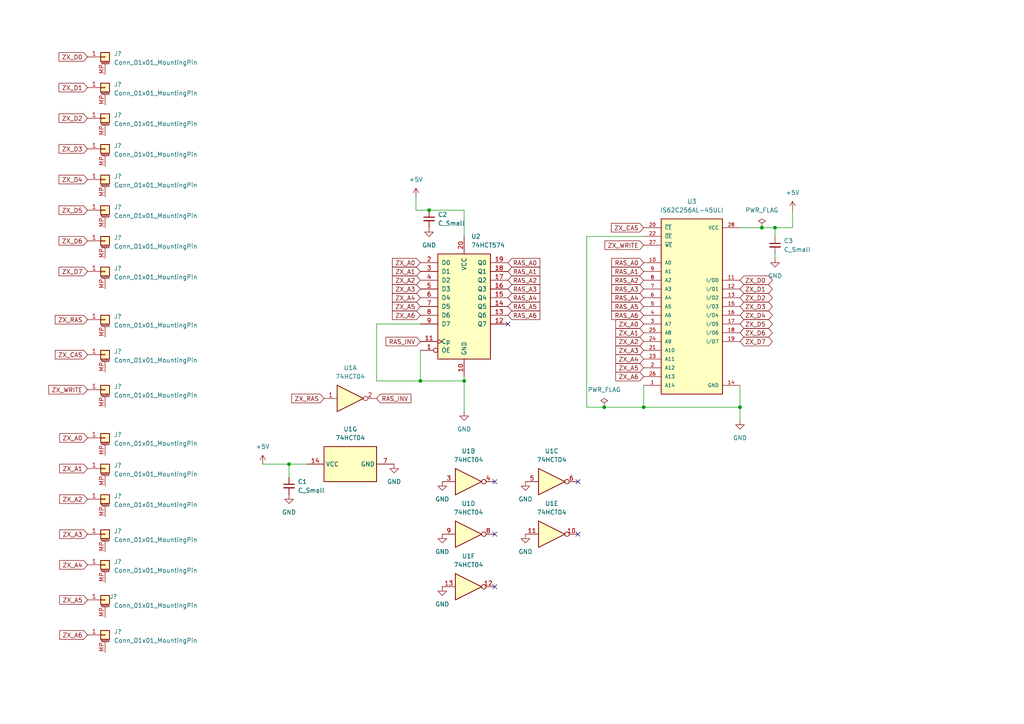
<source format=kicad_sch>
(kicad_sch (version 20211123) (generator eeschema)
  (paper "A4")
  (lib_symbols
    (symbol "74xx:74HCT04"
      (property "Reference" "U" (at 0 1.27 0))
      (property "Value" "74HCT04" (at 0 -1.27 0))
      (symbol "74HCT04_1_0"
        (polyline (pts (xy -3.81 3.81) (xy -3.81 -3.81) (xy 3.81 0) (xy -3.81 3.81)) (stroke (width 0.254)) (fill (type background)))
        (pin input line (at -7.62 0 0) (length 3.81) (name "~") (number "1"))
        (pin output inverted (at 7.62 0 180) (length 3.81) (name "~") (number "2"))
      )
      (symbol "74HCT04_2_0"
        (polyline (pts (xy -3.81 3.81) (xy -3.81 -3.81) (xy 3.81 0) (xy -3.81 3.81)) (stroke (width 0.254)) (fill (type background)))
        (pin input line (at -7.62 0 0) (length 3.81) (name "~") (number "3"))
        (pin output inverted (at 7.62 0 180) (length 3.81) (name "~") (number "4"))
      )
      (symbol "74HCT04_3_0"
        (polyline (pts (xy -3.81 3.81) (xy -3.81 -3.81) (xy 3.81 0) (xy -3.81 3.81)) (stroke (width 0.254)) (fill (type background)))
        (pin input line (at -7.62 0 0) (length 3.81) (name "~") (number "5"))
        (pin output inverted (at 7.62 0 180) (length 3.81) (name "~") (number "6"))
      )
      (symbol "74HCT04_4_0"
        (polyline (pts (xy -3.81 3.81) (xy -3.81 -3.81) (xy 3.81 0) (xy -3.81 3.81)) (stroke (width 0.254)) (fill (type background)))
        (pin output inverted (at 7.62 0 180) (length 3.81) (name "~") (number "8"))
        (pin input line (at -7.62 0 0) (length 3.81) (name "~") (number "9"))
      )
      (symbol "74HCT04_5_0"
        (polyline (pts (xy -3.81 3.81) (xy -3.81 -3.81) (xy 3.81 0) (xy -3.81 3.81)) (stroke (width 0.254)) (fill (type background)))
        (pin output inverted (at 7.62 0 180) (length 3.81) (name "~") (number "10"))
        (pin input line (at -7.62 0 0) (length 3.81) (name "~") (number "11"))
      )
      (symbol "74HCT04_6_0"
        (polyline (pts (xy -3.81 3.81) (xy -3.81 -3.81) (xy 3.81 0) (xy -3.81 3.81)) (stroke (width 0.254)) (fill (type background)))
        (pin output inverted (at 7.62 0 180) (length 3.81) (name "~") (number "12"))
        (pin input line (at -7.62 0 0) (length 3.81) (name "~") (number "13"))
      )
      (symbol "74HCT04_7_0"
        (pin power_in line (at 0 12.7 270) (length 5.08) (name "VCC") (number "14"))
        (pin power_in line (at 0 -12.7 90) (length 5.08) (name "GND") (number "7"))
      )
      (symbol "74HCT04_7_1"
        (rectangle (start -5.08 7.62) (end 5.08 -7.62) (stroke (width 0.254)) (fill (type background)))
      )
    )
    (symbol "74xx:74HCT574" (pin_names (offset 1.016))
      (property "Reference" "U" (at -7.62 16.51 0))
      (property "Value" "74HCT574" (at -7.62 -16.51 0))
      (symbol "74HCT574_1_0"
        (pin input inverted (at -12.7 -12.7 0) (length 5.08) (name "OE") (number "1"))
        (pin power_in line (at 0 -20.32 90) (length 5.08) (name "GND") (number "10"))
        (pin input clock (at -12.7 -10.16 0) (length 5.08) (name "Cp") (number "11"))
        (pin tri_state line (at 12.7 -5.08 180) (length 5.08) (name "Q7") (number "12"))
        (pin tri_state line (at 12.7 -2.54 180) (length 5.08) (name "Q6") (number "13"))
        (pin tri_state line (at 12.7 0 180) (length 5.08) (name "Q5") (number "14"))
        (pin tri_state line (at 12.7 2.54 180) (length 5.08) (name "Q4") (number "15"))
        (pin tri_state line (at 12.7 5.08 180) (length 5.08) (name "Q3") (number "16"))
        (pin tri_state line (at 12.7 7.62 180) (length 5.08) (name "Q2") (number "17"))
        (pin tri_state line (at 12.7 10.16 180) (length 5.08) (name "Q1") (number "18"))
        (pin tri_state line (at 12.7 12.7 180) (length 5.08) (name "Q0") (number "19"))
        (pin input line (at -12.7 12.7 0) (length 5.08) (name "D0") (number "2"))
        (pin power_in line (at 0 20.32 270) (length 5.08) (name "VCC") (number "20"))
        (pin input line (at -12.7 10.16 0) (length 5.08) (name "D1") (number "3"))
        (pin input line (at -12.7 7.62 0) (length 5.08) (name "D2") (number "4"))
        (pin input line (at -12.7 5.08 0) (length 5.08) (name "D3") (number "5"))
        (pin input line (at -12.7 2.54 0) (length 5.08) (name "D4") (number "6"))
        (pin input line (at -12.7 0 0) (length 5.08) (name "D5") (number "7"))
        (pin input line (at -12.7 -2.54 0) (length 5.08) (name "D6") (number "8"))
        (pin input line (at -12.7 -5.08 0) (length 5.08) (name "D7") (number "9"))
      )
      (symbol "74HCT574_1_1"
        (rectangle (start -7.62 15.24) (end 7.62 -15.24) (stroke (width 0.254)) (fill (type background)))
      )
    )
    (symbol "Connector_Generic_MountingPin:Conn_01x01_MountingPin" (pin_names (offset 1.016) hide)
      (property "Reference" "J" (at 0 2.54 0))
      (property "Value" "Conn_01x01_MountingPin" (at 1.27 -2.54 0))
      (symbol "Conn_01x01_MountingPin_1_1"
        (rectangle (start -1.27 0.127) (end 0 -0.127) (stroke (width 0.1524)))
        (rectangle (start -1.27 1.27) (end 1.27 -1.27) (stroke (width 0.254)) (fill (type background)))
        (polyline (pts (xy -1.016 -2.032) (xy 1.016 -2.032)) (stroke (width 0.1524)))
        (text "Mounting" (at 0 -1.651 0) (effects (font (size 0.381 0.381))))
        (pin passive line (at -5.08 0 0) (length 3.81) (name "Pin_1") (number "1"))
        (pin passive line (at 0 -5.08 90) (length 3.048) (name "MountPin") (number "MP"))
      )
    )
    (symbol "Device:C_Small" (pin_numbers hide) (pin_names (offset 0.254) hide)
      (property "Reference" "C" (at 0.254 1.778 0))
      (property "Value" "C_Small" (at 0.254 -2.032 0))
      (symbol "C_Small_0_1"
        (polyline (pts (xy -1.524 -0.508) (xy 1.524 -0.508)) (stroke (width 0.3302)))
        (polyline (pts (xy -1.524 0.508) (xy 1.524 0.508)) (stroke (width 0.3048)))
      )
      (symbol "C_Small_1_1"
        (pin passive line (at 0 2.54 270) (length 2.032) (name "~") (number "1"))
        (pin passive line (at 0 -2.54 90) (length 2.032) (name "~") (number "2"))
      )
    )
    (symbol "SRAM:IS62C256AL-45ULI" (pin_names (offset 1.016))
      (property "Reference" "U" (at -7.62 25.908 0))
      (property "Value" "IS62C256AL-45ULI" (at -7.62 -27.4574 0))
      (symbol "IS62C256AL-45ULI_0_0"
        (rectangle (start -7.62 -25.4) (end 10.16 25.4) (stroke (width 0.254)) (fill (type background)))
        (pin input line (at -12.7 -22.86 0) (length 5.08) (name "A14") (number "1"))
        (pin input line (at -12.7 12.7 0) (length 5.08) (name "A0") (number "10"))
        (pin bidirectional line (at 15.24 7.62 180) (length 5.08) (name "I/O0") (number "11"))
        (pin bidirectional line (at 15.24 5.08 180) (length 5.08) (name "I/O1") (number "12"))
        (pin bidirectional line (at 15.24 2.54 180) (length 5.08) (name "I/O2") (number "13"))
        (pin power_in line (at 15.24 -22.86 180) (length 5.08) (name "GND") (number "14"))
        (pin bidirectional line (at 15.24 0 180) (length 5.08) (name "I/O3") (number "15"))
        (pin bidirectional line (at 15.24 -2.54 180) (length 5.08) (name "I/O4") (number "16"))
        (pin bidirectional line (at 15.24 -5.08 180) (length 5.08) (name "I/O5") (number "17"))
        (pin bidirectional line (at 15.24 -7.62 180) (length 5.08) (name "I/O6") (number "18"))
        (pin bidirectional line (at 15.24 -10.16 180) (length 5.08) (name "I/O7") (number "19"))
        (pin input line (at -12.7 -17.78 0) (length 5.08) (name "A12") (number "2"))
        (pin input line (at -12.7 22.86 0) (length 5.08) (name "~{CE}") (number "20"))
        (pin input line (at -12.7 -12.7 0) (length 5.08) (name "A10") (number "21"))
        (pin input line (at -12.7 20.32 0) (length 5.08) (name "~{OE}") (number "22"))
        (pin input line (at -12.7 -15.24 0) (length 5.08) (name "A11") (number "23"))
        (pin input line (at -12.7 -10.16 0) (length 5.08) (name "A9") (number "24"))
        (pin input line (at -12.7 -7.62 0) (length 5.08) (name "A8") (number "25"))
        (pin input line (at -12.7 -20.32 0) (length 5.08) (name "A13") (number "26"))
        (pin input line (at -12.7 17.78 0) (length 5.08) (name "~{WE}") (number "27"))
        (pin power_in line (at 15.24 22.86 180) (length 5.08) (name "VCC") (number "28"))
        (pin input line (at -12.7 -5.08 0) (length 5.08) (name "A7") (number "3"))
        (pin input line (at -12.7 -2.54 0) (length 5.08) (name "A6") (number "4"))
        (pin input line (at -12.7 0 0) (length 5.08) (name "A5") (number "5"))
        (pin input line (at -12.7 2.54 0) (length 5.08) (name "A4") (number "6"))
        (pin input line (at -12.7 5.08 0) (length 5.08) (name "A3") (number "7"))
        (pin input line (at -12.7 7.62 0) (length 5.08) (name "A2") (number "8"))
        (pin input line (at -12.7 10.16 0) (length 5.08) (name "A1") (number "9"))
      )
    )
    (symbol "power:+5V" (power) (pin_names (offset 0))
      (property "Value" "+5V" (at 0 3.556 0))
      (symbol "+5V_0_1"
        (polyline (pts (xy -0.762 1.27) (xy 0 2.54)))
        (polyline (pts (xy 0 0) (xy 0 2.54)))
        (polyline (pts (xy 0 2.54) (xy 0.762 1.27)))
      )
      (symbol "+5V_1_1"
        (pin power_in line (at 0 0 90) (length 0) hide (name "+5V") (number "1"))
      )
    )
    (symbol "power:GND" (power) (pin_names (offset 0))
      (property "Value" "GND" (at 0 -3.81 0))
      (symbol "GND_0_1"
        (polyline (pts (xy 0 0) (xy 0 -1.27) (xy 1.27 -1.27) (xy 0 -2.54) (xy -1.27 -1.27) (xy 0 -1.27)))
      )
      (symbol "GND_1_1"
        (pin power_in line (at 0 0 270) (length 0) hide (name "GND") (number "1"))
      )
    )
    (symbol "power:PWR_FLAG" (power) (pin_numbers hide) (pin_names (offset 0) hide)
      (property "Value" "PWR_FLAG" (at 0 3.81 0))
      (symbol "PWR_FLAG_0_0"
        (pin power_out line (at 0 0 90) (length 0) (name "pwr") (number "1"))
      )
      (symbol "PWR_FLAG_0_1"
        (polyline (pts (xy 0 0) (xy 0 1.27) (xy -1.016 1.905) (xy 0 2.54) (xy 1.016 1.905) (xy 0 1.27)))
      )
    )
  )
  (junction (at 175.26 118.11))
  (junction (at 186.69 118.11))
  (junction (at 214.63 118.11))
  (junction (at 220.98 66.04))
  (junction (at 121.92 110.49))
  (junction (at 224.79 66.04))
  (junction (at 83.82 134.62))
  (junction (at 124.46 60.96))
  (junction (at 134.62 110.49))
  (no_connect (at 147.32 93.98))
  (no_connect (at 143.51 139.7))
  (no_connect (at 167.64 154.94))
  (no_connect (at 143.51 154.94))
  (no_connect (at 167.64 139.7))
  (no_connect (at 143.51 170.18))
  (wire (pts (xy 124.46 60.96) (xy 134.62 60.96)))
  (wire (pts (xy 83.82 134.62) (xy 88.9 134.62)))
  (wire (pts (xy 134.62 60.96) (xy 134.62 68.58)))
  (wire (pts (xy 186.69 68.58) (xy 170.18 68.58)))
  (wire (pts (xy 214.63 118.11) (xy 214.63 121.92)))
  (wire (pts (xy 121.92 93.98) (xy 109.22 93.98)))
  (wire (pts (xy 121.92 110.49) (xy 134.62 110.49)))
  (wire (pts (xy 121.92 101.6) (xy 121.92 110.49)))
  (wire (pts (xy 76.2 134.62) (xy 83.82 134.62)))
  (wire (pts (xy 134.62 110.49) (xy 134.62 119.38)))
  (wire (pts (xy 120.65 60.96) (xy 124.46 60.96)))
  (wire (pts (xy 109.22 93.98) (xy 109.22 110.49)))
  (wire (pts (xy 175.26 118.11) (xy 186.69 118.11)))
  (wire (pts (xy 134.62 109.22) (xy 134.62 110.49)))
  (wire (pts (xy 186.69 118.11) (xy 214.63 118.11)))
  (wire (pts (xy 224.79 66.04) (xy 224.79 68.58)))
  (wire (pts (xy 224.79 66.04) (xy 229.87 66.04)))
  (wire (pts (xy 170.18 118.11) (xy 175.26 118.11)))
  (wire (pts (xy 186.69 111.76) (xy 186.69 118.11)))
  (wire (pts (xy 229.87 60.96) (xy 229.87 66.04)))
  (wire (pts (xy 214.63 111.76) (xy 214.63 118.11)))
  (wire (pts (xy 220.98 66.04) (xy 224.79 66.04)))
  (wire (pts (xy 120.65 57.15) (xy 120.65 60.96)))
  (wire (pts (xy 109.22 110.49) (xy 121.92 110.49)))
  (wire (pts (xy 224.79 73.66) (xy 224.79 74.93)))
  (wire (pts (xy 214.63 66.04) (xy 220.98 66.04)))
  (wire (pts (xy 170.18 68.58) (xy 170.18 118.11)))
  (wire (pts (xy 83.82 134.62) (xy 83.82 138.43)))
  (global_label "RAS_A4" (shape input) (at 147.32 86.36 0) (property "Intersheet References" "${INTERSHEET_REFS}" (effects hide)))
  (global_label "ZX_A3" (shape input) (at 121.92 83.82 180) (property "Intersheet References" "${INTERSHEET_REFS}" (effects hide)))
  (global_label "RAS_A2" (shape input) (at 147.32 81.28 0) (property "Intersheet References" "${INTERSHEET_REFS}" (effects hide)))
  (global_label "RAS_A6" (shape input) (at 147.32 91.44 0) (property "Intersheet References" "${INTERSHEET_REFS}" (effects hide)))
  (global_label "ZX_D5" (shape input) (at 25.4 60.96 180) (property "Intersheet References" "${INTERSHEET_REFS}" (effects hide)))
  (global_label "ZX_A4" (shape input) (at 25.4 163.83 180) (property "Intersheet References" "${INTERSHEET_REFS}" (effects hide)))
  (global_label "RAS_A3" (shape input) (at 186.69 83.82 180) (property "Intersheet References" "${INTERSHEET_REFS}" (effects hide)))
  (global_label "ZX_D5" (shape bidirectional) (at 214.63 93.98 0) (property "Intersheet References" "${INTERSHEET_REFS}" (effects hide)))
  (global_label "ZX_A5" (shape input) (at 25.4 173.99 180) (property "Intersheet References" "${INTERSHEET_REFS}" (effects hide)))
  (global_label "RAS_A5" (shape input) (at 186.69 88.9 180) (property "Intersheet References" "${INTERSHEET_REFS}" (effects hide)))
  (global_label "RAS_A6" (shape input) (at 186.69 91.44 180) (property "Intersheet References" "${INTERSHEET_REFS}" (effects hide)))
  (global_label "ZX_A6" (shape input) (at 186.69 109.22 180) (property "Intersheet References" "${INTERSHEET_REFS}" (effects hide)))
  (global_label "ZX_A1" (shape input) (at 25.4 135.89 180) (property "Intersheet References" "${INTERSHEET_REFS}" (effects hide)))
  (global_label "ZX_A0" (shape input) (at 121.92 76.2 180) (property "Intersheet References" "${INTERSHEET_REFS}" (effects hide)))
  (global_label "ZX_D4" (shape input) (at 25.4 52.07 180) (property "Intersheet References" "${INTERSHEET_REFS}" (effects hide)))
  (global_label "ZX_A3" (shape input) (at 25.4 154.94 180) (property "Intersheet References" "${INTERSHEET_REFS}" (effects hide)))
  (global_label "ZX_A4" (shape input) (at 121.92 86.36 180) (property "Intersheet References" "${INTERSHEET_REFS}" (effects hide)))
  (global_label "ZX_RAS" (shape input) (at 93.98 115.57 180) (property "Intersheet References" "${INTERSHEET_REFS}" (effects hide)))
  (global_label "ZX_A0" (shape input) (at 186.69 93.98 180) (property "Intersheet References" "${INTERSHEET_REFS}" (effects hide)))
  (global_label "ZX_A5" (shape input) (at 121.92 88.9 180) (property "Intersheet References" "${INTERSHEET_REFS}" (effects hide)))
  (global_label "ZX_WRITE" (shape input) (at 186.69 71.12 180) (property "Intersheet References" "${INTERSHEET_REFS}" (effects hide)))
  (global_label "ZX_D1" (shape bidirectional) (at 214.63 83.82 0) (property "Intersheet References" "${INTERSHEET_REFS}" (effects hide)))
  (global_label "ZX_A0" (shape input) (at 25.4 127 180) (property "Intersheet References" "${INTERSHEET_REFS}" (effects hide)))
  (global_label "RAS_A0" (shape input) (at 147.32 76.2 0) (property "Intersheet References" "${INTERSHEET_REFS}" (effects hide)))
  (global_label "ZX_RAS" (shape input) (at 25.4 92.71 180) (property "Intersheet References" "${INTERSHEET_REFS}" (effects hide)))
  (global_label "ZX_D0" (shape bidirectional) (at 214.63 81.28 0) (property "Intersheet References" "${INTERSHEET_REFS}" (effects hide)))
  (global_label "ZX_D2" (shape input) (at 25.4 34.29 180) (property "Intersheet References" "${INTERSHEET_REFS}" (effects hide)))
  (global_label "ZX_A6" (shape input) (at 25.4 184.15 180) (property "Intersheet References" "${INTERSHEET_REFS}" (effects hide)))
  (global_label "ZX_D2" (shape bidirectional) (at 214.63 86.36 0) (property "Intersheet References" "${INTERSHEET_REFS}" (effects hide)))
  (global_label "RAS_INV" (shape input) (at 121.92 99.06 180) (property "Intersheet References" "${INTERSHEET_REFS}" (effects hide)))
  (global_label "ZX_A3" (shape input) (at 186.69 101.6 180) (property "Intersheet References" "${INTERSHEET_REFS}" (effects hide)))
  (global_label "ZX_CAS" (shape input) (at 186.69 66.04 180) (property "Intersheet References" "${INTERSHEET_REFS}" (effects hide)))
  (global_label "ZX_D1" (shape input) (at 25.4 25.4 180) (property "Intersheet References" "${INTERSHEET_REFS}" (effects hide)))
  (global_label "ZX_CAS" (shape input) (at 25.4 102.87 180) (property "Intersheet References" "${INTERSHEET_REFS}" (effects hide)))
  (global_label "RAS_A3" (shape input) (at 147.32 83.82 0) (property "Intersheet References" "${INTERSHEET_REFS}" (effects hide)))
  (global_label "ZX_D4" (shape bidirectional) (at 214.63 91.44 0) (property "Intersheet References" "${INTERSHEET_REFS}" (effects hide)))
  (global_label "ZX_D0" (shape input) (at 25.4 16.51 180) (property "Intersheet References" "${INTERSHEET_REFS}" (effects hide)))
  (global_label "ZX_A2" (shape input) (at 121.92 81.28 180) (property "Intersheet References" "${INTERSHEET_REFS}" (effects hide)))
  (global_label "RAS_A1" (shape input) (at 186.69 78.74 180) (property "Intersheet References" "${INTERSHEET_REFS}" (effects hide)))
  (global_label "ZX_A2" (shape input) (at 25.4 144.78 180) (property "Intersheet References" "${INTERSHEET_REFS}" (effects hide)))
  (global_label "ZX_D3" (shape bidirectional) (at 214.63 88.9 0) (property "Intersheet References" "${INTERSHEET_REFS}" (effects hide)))
  (global_label "ZX_A5" (shape input) (at 186.69 106.68 180) (property "Intersheet References" "${INTERSHEET_REFS}" (effects hide)))
  (global_label "ZX_D7" (shape input) (at 25.4 78.74 180) (property "Intersheet References" "${INTERSHEET_REFS}" (effects hide)))
  (global_label "RAS_A5" (shape input) (at 147.32 88.9 0) (property "Intersheet References" "${INTERSHEET_REFS}" (effects hide)))
  (global_label "ZX_D7" (shape bidirectional) (at 214.63 99.06 0) (property "Intersheet References" "${INTERSHEET_REFS}" (effects hide)))
  (global_label "RAS_INV" (shape input) (at 109.22 115.57 0) (property "Intersheet References" "${INTERSHEET_REFS}" (effects hide)))
  (global_label "RAS_A4" (shape input) (at 186.69 86.36 180) (property "Intersheet References" "${INTERSHEET_REFS}" (effects hide)))
  (global_label "ZX_D6" (shape input) (at 25.4 69.85 180) (property "Intersheet References" "${INTERSHEET_REFS}" (effects hide)))
  (global_label "ZX_A6" (shape input) (at 121.92 91.44 180) (property "Intersheet References" "${INTERSHEET_REFS}" (effects hide)))
  (global_label "ZX_WRITE" (shape input) (at 25.4 113.03 180) (property "Intersheet References" "${INTERSHEET_REFS}" (effects hide)))
  (global_label "ZX_D6" (shape bidirectional) (at 214.63 96.52 0) (property "Intersheet References" "${INTERSHEET_REFS}" (effects hide)))
  (global_label "ZX_A2" (shape input) (at 186.69 99.06 180) (property "Intersheet References" "${INTERSHEET_REFS}" (effects hide)))
  (global_label "RAS_A1" (shape input) (at 147.32 78.74 0) (property "Intersheet References" "${INTERSHEET_REFS}" (effects hide)))
  (global_label "ZX_A1" (shape input) (at 121.92 78.74 180) (property "Intersheet References" "${INTERSHEET_REFS}" (effects hide)))
  (global_label "ZX_A1" (shape input) (at 186.69 96.52 180) (property "Intersheet References" "${INTERSHEET_REFS}" (effects hide)))
  (global_label "RAS_A2" (shape input) (at 186.69 81.28 180) (property "Intersheet References" "${INTERSHEET_REFS}" (effects hide)))
  (global_label "ZX_D3" (shape input) (at 25.4 43.18 180) (property "Intersheet References" "${INTERSHEET_REFS}" (effects hide)))
  (global_label "RAS_A0" (shape input) (at 186.69 76.2 180) (property "Intersheet References" "${INTERSHEET_REFS}" (effects hide)))
  (global_label "ZX_A4" (shape input) (at 186.69 104.14 180) (property "Intersheet References" "${INTERSHEET_REFS}" (effects hide)))
  (symbol (lib_id "power:GND") (at 214.63 121.92 0) (unit 1)
    (property "Reference" "#PWR07" (effects hide))
    (property "Value" "GND" (at 214.63 127 0))
  )
  (symbol (lib_id "Connector_Generic_MountingPin:Conn_01x01_MountingPin") (at 30.48 16.51 0) (unit 1)
    (property "Reference" "J?" (at 33.02 15.5955 0) (effects (justify left)))
    (property "Value" "Conn_01x01_MountingPin" (at 33.02 18.1355 0) (effects (justify left)))
    (property "Footprint" "Connector_PinHeader_2.00mm:PinHeader_1x01_P2.00mm_Vertical" (effects hide))
  )
  (symbol (lib_id "Connector_Generic_MountingPin:Conn_01x01_MountingPin") (at 30.48 34.29 0) (unit 1)
    (property "Reference" "J?" (at 33.02 33.3755 0) (effects (justify left)))
    (property "Value" "Conn_01x01_MountingPin" (at 33.02 35.9155 0) (effects (justify left)))
    (property "Footprint" "Connector_PinHeader_2.00mm:PinHeader_1x01_P2.00mm_Vertical" (effects hide))
  )
  (symbol (lib_id "Connector_Generic_MountingPin:Conn_01x01_MountingPin") (at 30.48 113.03 0) (unit 1)
    (property "Reference" "J?" (at 33.02 112.1155 0) (effects (justify left)))
    (property "Value" "Conn_01x01_MountingPin" (at 33.02 114.6555 0) (effects (justify left)))
    (property "Footprint" "Connector_PinHeader_2.00mm:PinHeader_1x01_P2.00mm_Vertical" (effects hide))
  )
  (symbol (lib_id "Device:C_Small") (at 83.82 140.97 0) (unit 1)
    (property "Reference" "C1" (at 86.36 139.7062 0) (effects (justify left)))
    (property "Value" "C_Small" (at 86.36 142.2462 0) (effects (justify left)))
  )
  (symbol (lib_id "74xx:74HCT04") (at 135.89 154.94 0) (unit 4)
    (property "Reference" "U1" (at 135.89 146.05 0))
    (property "Value" "74HCT04" (at 135.89 148.59 0))
    (property "Footprint" "Package_SO:SOIC-14_3.9x8.7mm_P1.27mm" (effects hide))
    (property "Datasheet" "https://assets.nexperia.com/documents/data-sheet/74HC_HCT04.pdf" (effects hide))
  )
  (symbol (lib_id "74xx:74HCT04") (at 101.6 115.57 0) (unit 1)
    (property "Reference" "U1" (at 101.6 106.68 0))
    (property "Value" "74HCT04" (at 101.6 109.22 0))
    (property "Footprint" "Package_SO:SOIC-14_3.9x8.7mm_P1.27mm" (effects hide))
    (property "Datasheet" "https://assets.nexperia.com/documents/data-sheet/74HC_HCT04.pdf" (effects hide))
  )
  (symbol (lib_id "power:PWR_FLAG") (at 220.98 66.04 0) (unit 1)
    (property "Reference" "#FLG02" (effects hide))
    (property "Value" "PWR_FLAG" (at 220.98 60.96 0))
  )
  (symbol (lib_id "Connector_Generic_MountingPin:Conn_01x01_MountingPin") (at 30.48 60.96 0) (unit 1)
    (property "Reference" "J?" (at 33.02 60.0455 0) (effects (justify left)))
    (property "Value" "Conn_01x01_MountingPin" (at 33.02 62.5855 0) (effects (justify left)))
    (property "Footprint" "Connector_PinHeader_2.00mm:PinHeader_1x01_P2.00mm_Vertical" (effects hide))
  )
  (symbol (lib_id "74xx:74HCT04") (at 135.89 139.7 0) (unit 2)
    (property "Reference" "U1" (at 135.89 130.81 0))
    (property "Value" "74HCT04" (at 135.89 133.35 0))
    (property "Footprint" "Package_SO:SOIC-14_3.9x8.7mm_P1.27mm" (effects hide))
    (property "Datasheet" "https://assets.nexperia.com/documents/data-sheet/74HC_HCT04.pdf" (effects hide))
  )
  (symbol (lib_id "Connector_Generic_MountingPin:Conn_01x01_MountingPin") (at 30.48 102.87 0) (unit 1)
    (property "Reference" "J?" (at 33.02 101.9555 0) (effects (justify left)))
    (property "Value" "Conn_01x01_MountingPin" (at 33.02 104.4955 0) (effects (justify left)))
    (property "Footprint" "Connector_PinHeader_2.00mm:PinHeader_1x01_P2.00mm_Vertical" (effects hide))
  )
  (symbol (lib_id "power:GND") (at 224.79 74.93 0) (unit 1)
    (property "Reference" "#PWR08" (effects hide))
    (property "Value" "GND" (at 224.79 80.01 0))
  )
  (symbol (lib_id "power:GND") (at 83.82 143.51 0) (unit 1)
    (property "Reference" "#PWR02" (effects hide))
    (property "Value" "GND" (at 83.82 148.59 0))
  )
  (symbol (lib_id "Connector_Generic_MountingPin:Conn_01x01_MountingPin") (at 30.48 154.94 0) (unit 1)
    (property "Reference" "J?" (at 33.02 154.0255 0) (effects (justify left)))
    (property "Value" "Conn_01x01_MountingPin" (at 33.02 156.5655 0) (effects (justify left)))
    (property "Footprint" "Connector_PinHeader_2.00mm:PinHeader_1x01_P2.00mm_Vertical" (effects hide))
  )
  (symbol (lib_id "Connector_Generic_MountingPin:Conn_01x01_MountingPin") (at 30.48 163.83 0) (unit 1)
    (property "Reference" "J?" (at 33.02 162.9155 0) (effects (justify left)))
    (property "Value" "Conn_01x01_MountingPin" (at 33.02 165.4555 0) (effects (justify left)))
    (property "Footprint" "Connector_PinHeader_2.00mm:PinHeader_1x01_P2.00mm_Vertical" (effects hide))
  )
  (symbol (lib_id "Device:C_Small") (at 124.46 63.5 0) (unit 1)
    (property "Reference" "C2" (at 127 62.2362 0) (effects (justify left)))
    (property "Value" "C_Small" (at 127 64.7762 0) (effects (justify left)))
    (property "Footprint" "Capacitor_SMD:C_1206_3216Metric" (effects hide))
  )
  (symbol (lib_id "power:GND") (at 114.3 134.62 0) (unit 1)
    (property "Reference" "#PWR03" (effects hide))
    (property "Value" "GND" (at 114.3 139.7 0))
  )
  (symbol (lib_id "Connector_Generic_MountingPin:Conn_01x01_MountingPin") (at 30.48 78.74 0) (unit 1)
    (property "Reference" "J?" (at 33.02 77.8255 0) (effects (justify left)))
    (property "Value" "Conn_01x01_MountingPin" (at 33.02 80.3655 0) (effects (justify left)))
    (property "Footprint" "Connector_PinHeader_2.00mm:PinHeader_1x01_P2.00mm_Vertical" (effects hide))
  )
  (symbol (lib_id "Connector_Generic_MountingPin:Conn_01x01_MountingPin") (at 30.48 144.78 0) (unit 1)
    (property "Reference" "J?" (at 33.02 143.8655 0) (effects (justify left)))
    (property "Value" "Conn_01x01_MountingPin" (at 33.02 146.4055 0) (effects (justify left)))
    (property "Footprint" "Connector_PinHeader_2.00mm:PinHeader_1x01_P2.00mm_Vertical" (effects hide))
  )
  (symbol (lib_id "Connector_Generic_MountingPin:Conn_01x01_MountingPin") (at 30.48 43.18 0) (unit 1)
    (property "Reference" "J?" (at 33.02 42.2655 0) (effects (justify left)))
    (property "Value" "Conn_01x01_MountingPin" (at 33.02 44.8055 0) (effects (justify left)))
    (property "Footprint" "Connector_PinHeader_2.00mm:PinHeader_1x01_P2.00mm_Vertical" (effects hide))
  )
  (symbol (lib_id "power:PWR_FLAG") (at 175.26 118.11 0) (unit 1)
    (property "Reference" "#FLG01" (effects hide))
    (property "Value" "PWR_FLAG" (at 175.26 113.03 0))
  )
  (symbol (lib_id "power:GND") (at 128.27 170.18 0) (unit 1)
    (property "Reference" "#PWR?" (effects hide))
    (property "Value" "GND" (at 128.27 175.26 0))
  )
  (symbol (lib_id "power:+5V") (at 76.2 134.62 0) (unit 1)
    (property "Reference" "#PWR01" (effects hide))
    (property "Value" "+5V" (at 76.2 129.54 0))
  )
  (symbol (lib_id "power:GND") (at 134.62 119.38 0) (unit 1)
    (property "Reference" "#PWR06" (effects hide))
    (property "Value" "GND" (at 134.62 124.46 0))
  )
  (symbol (lib_id "Connector_Generic_MountingPin:Conn_01x01_MountingPin") (at 30.48 184.15 0) (unit 1)
    (property "Reference" "J?" (at 33.02 183.2355 0) (effects (justify left)))
    (property "Value" "Conn_01x01_MountingPin" (at 33.02 185.7755 0) (effects (justify left)))
    (property "Footprint" "Connector_PinHeader_2.00mm:PinHeader_1x01_P2.00mm_Vertical" (effects hide))
  )
  (symbol (lib_id "Device:C_Small") (at 224.79 71.12 0) (unit 1)
    (property "Reference" "C3" (at 227.33 69.8562 0) (effects (justify left)))
    (property "Value" "C_Small" (at 227.33 72.3962 0) (effects (justify left)))
    (property "Footprint" "Capacitor_SMD:C_1206_3216Metric" (effects hide))
  )
  (symbol (lib_id "Connector_Generic_MountingPin:Conn_01x01_MountingPin") (at 30.48 173.99 0) (unit 1)
    (property "Reference" "J?" (at 31.75 173.0755 0) (effects (justify left)))
    (property "Value" "Conn_01x01_MountingPin" (at 33.02 175.6155 0) (effects (justify left)))
    (property "Footprint" "Connector_PinHeader_2.00mm:PinHeader_1x01_P2.00mm_Vertical" (effects hide))
  )
  (symbol (lib_id "74xx:74HCT04") (at 160.02 154.94 0) (unit 5)
    (property "Reference" "U1" (at 160.02 146.05 0))
    (property "Value" "74HCT04" (at 160.02 148.59 0))
    (property "Footprint" "Package_SO:SOIC-14_3.9x8.7mm_P1.27mm" (effects hide))
    (property "Datasheet" "https://assets.nexperia.com/documents/data-sheet/74HC_HCT04.pdf" (effects hide))
  )
  (symbol (lib_id "Connector_Generic_MountingPin:Conn_01x01_MountingPin") (at 30.48 135.89 0) (unit 1)
    (property "Reference" "J?" (at 33.02 134.9755 0) (effects (justify left)))
    (property "Value" "Conn_01x01_MountingPin" (at 33.02 137.5155 0) (effects (justify left)))
    (property "Footprint" "Connector_PinHeader_2.00mm:PinHeader_1x01_P2.00mm_Vertical" (effects hide))
  )
  (symbol (lib_id "power:GND") (at 128.27 139.7 0) (unit 1)
    (property "Reference" "#PWR?" (effects hide))
    (property "Value" "GND" (at 128.27 144.78 0))
  )
  (symbol (lib_id "power:+5V") (at 120.65 57.15 0) (unit 1)
    (property "Reference" "#PWR04" (effects hide))
    (property "Value" "+5V" (at 120.65 52.07 0))
  )
  (symbol (lib_id "Connector_Generic_MountingPin:Conn_01x01_MountingPin") (at 30.48 52.07 0) (unit 1)
    (property "Reference" "J?" (at 33.02 51.1555 0) (effects (justify left)))
    (property "Value" "Conn_01x01_MountingPin" (at 33.02 53.6955 0) (effects (justify left)))
    (property "Footprint" "Connector_PinHeader_2.00mm:PinHeader_1x01_P2.00mm_Vertical" (effects hide))
  )
  (symbol (lib_id "power:GND") (at 124.46 66.04 0) (unit 1)
    (property "Reference" "#PWR05" (effects hide))
    (property "Value" "GND" (at 124.46 71.12 0))
  )
  (symbol (lib_id "74xx:74HCT04") (at 135.89 170.18 0) (unit 6)
    (property "Reference" "U1" (at 135.89 161.29 0))
    (property "Value" "74HCT04" (at 135.89 163.83 0))
    (property "Footprint" "Package_SO:SOIC-14_3.9x8.7mm_P1.27mm" (effects hide))
    (property "Datasheet" "https://assets.nexperia.com/documents/data-sheet/74HC_HCT04.pdf" (effects hide))
  )
  (symbol (lib_id "SRAM:IS62C256AL-45ULI") (at 199.39 88.9 0) (unit 1)
    (property "Reference" "U3" (at 200.66 58.42 0))
    (property "Value" "IS62C256AL-45ULI" (at 200.66 60.96 0))
    (property "Footprint" "Library:SOIC127P1210X305-28N" (effects hide))
    (property "MANUFACTURER" "ISSI" (effects hide))
  )
  (symbol (lib_id "power:GND") (at 152.4 154.94 0) (unit 1)
    (property "Reference" "#PWR?" (effects hide))
    (property "Value" "GND" (at 152.4 160.02 0))
  )
  (symbol (lib_id "power:GND") (at 152.4 139.7 0) (unit 1)
    (property "Reference" "#PWR?" (effects hide))
    (property "Value" "GND" (at 152.4 144.78 0))
  )
  (symbol (lib_id "Connector_Generic_MountingPin:Conn_01x01_MountingPin") (at 30.48 25.4 0) (unit 1)
    (property "Reference" "J?" (at 33.02 24.4855 0) (effects (justify left)))
    (property "Value" "Conn_01x01_MountingPin" (at 33.02 27.0255 0) (effects (justify left)))
    (property "Footprint" "Connector_PinHeader_2.00mm:PinHeader_1x01_P2.00mm_Vertical" (effects hide))
  )
  (symbol (lib_id "power:+5V") (at 229.87 60.96 0) (unit 1)
    (property "Reference" "#PWR09" (effects hide))
    (property "Value" "+5V" (at 229.87 55.88 0))
  )
  (symbol (lib_id "power:GND") (at 128.27 154.94 0) (unit 1)
    (property "Reference" "#PWR?" (effects hide))
    (property "Value" "GND" (at 128.27 160.02 0))
  )
  (symbol (lib_id "74xx:74HCT04") (at 101.6 134.62 90) (unit 7)
    (property "Reference" "U1" (at 101.6 124.46 90))
    (property "Value" "74HCT04" (at 101.6 127 90))
    (property "Footprint" "Package_SO:SOIC-14_3.9x8.7mm_P1.27mm" (effects hide))
    (property "Datasheet" "https://assets.nexperia.com/documents/data-sheet/74HC_HCT04.pdf" (effects hide))
  )
  (symbol (lib_id "Connector_Generic_MountingPin:Conn_01x01_MountingPin") (at 30.48 69.85 0) (unit 1)
    (property "Reference" "J?" (at 33.02 68.9355 0) (effects (justify left)))
    (property "Value" "Conn_01x01_MountingPin" (at 33.02 71.4755 0) (effects (justify left)))
    (property "Footprint" "Connector_PinHeader_2.00mm:PinHeader_1x01_P2.00mm_Vertical" (effects hide))
  )
  (symbol (lib_id "74xx:74HCT04") (at 160.02 139.7 0) (unit 3)
    (property "Reference" "U1" (at 160.02 130.81 0))
    (property "Value" "74HCT04" (at 160.02 133.35 0))
    (property "Footprint" "Package_SO:SOIC-14_3.9x8.7mm_P1.27mm" (effects hide))
    (property "Datasheet" "https://assets.nexperia.com/documents/data-sheet/74HC_HCT04.pdf" (effects hide))
  )
  (symbol (lib_id "Connector_Generic_MountingPin:Conn_01x01_MountingPin") (at 30.48 127 0) (unit 1)
    (property "Reference" "J?" (at 33.02 126.0855 0) (effects (justify left)))
    (property "Value" "Conn_01x01_MountingPin" (at 33.02 128.6255 0) (effects (justify left)))
    (property "Footprint" "Connector_PinHeader_2.00mm:PinHeader_1x01_P2.00mm_Vertical" (effects hide))
  )
  (symbol (lib_id "74xx:74HCT574") (at 134.62 88.9 0) (unit 1)
    (property "Reference" "U2" (at 136.6394 68.58 0) (effects (justify left)))
    (property "Value" "74HCT574" (at 136.6394 71.12 0) (effects (justify left)))
    (property "Footprint" "Package_SO:SOIC-20W_7.5x12.8mm_P1.27mm" (effects hide))
    (property "Datasheet" "http://www.ti.com/lit/gpn/sn74HCT574" (effects hide))
  )
  (symbol (lib_id "Connector_Generic_MountingPin:Conn_01x01_MountingPin") (at 30.48 92.71 0) (unit 1)
    (property "Reference" "J?" (at 33.02 91.7955 0) (effects (justify left)))
    (property "Value" "Conn_01x01_MountingPin" (at 33.02 94.3355 0) (effects (justify left)))
    (property "Footprint" "Connector_PinHeader_2.00mm:PinHeader_1x01_P2.00mm_Vertical" (effects hide))
  )
)
</source>
